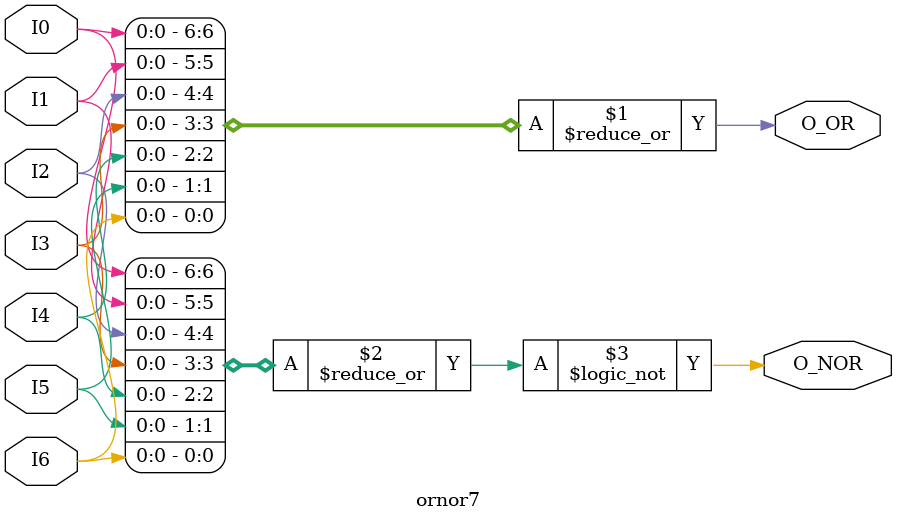
<source format=v>
module ornor7(output wire O_OR, output wire O_NOR,
	      input wire I0, I1, I2, I3, I4, I5, I6);

   assign O_OR  =  | {I0, I1, I2, I3, I4, I5, I6};
   assign O_NOR = ~| {I0, I1, I2, I3, I4, I5, I6};

endmodule

</source>
